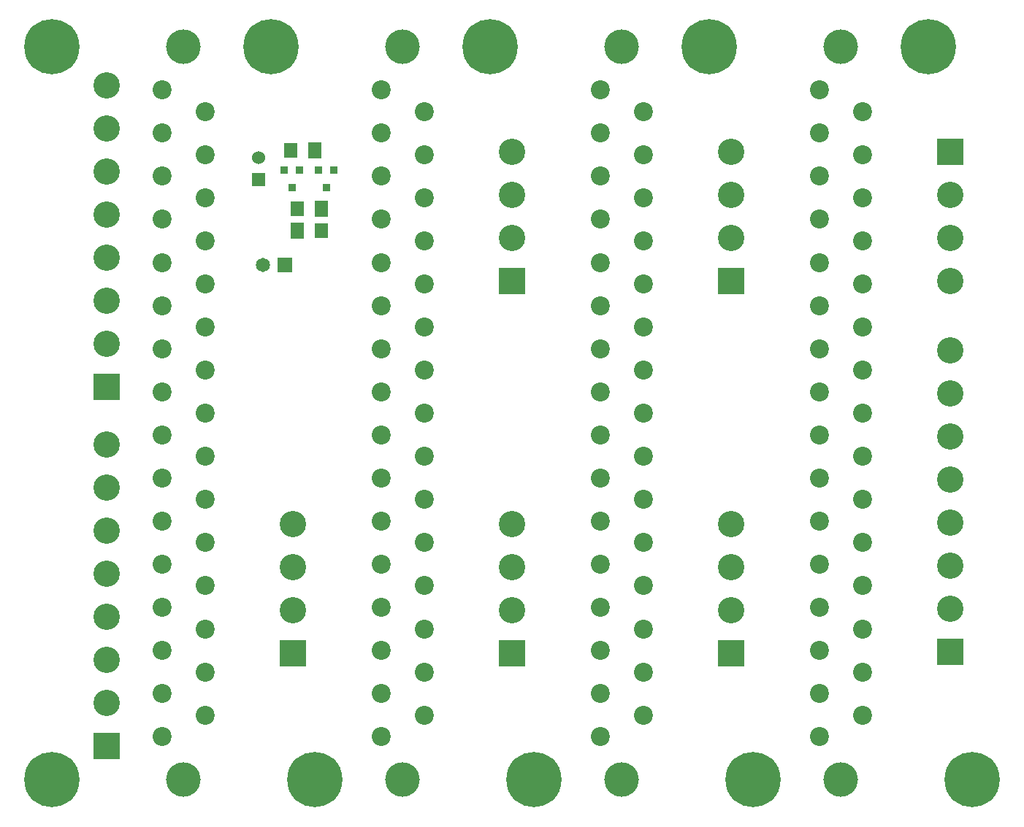
<source format=gts>
%TF.GenerationSoftware,KiCad,Pcbnew,(6.0.7)*%
%TF.CreationDate,2024-08-18T11:11:24+02:00*%
%TF.ProjectId,BP51,42503531-2e6b-4696-9361-645f70636258,0437 -*%
%TF.SameCoordinates,Original*%
%TF.FileFunction,Soldermask,Top*%
%TF.FilePolarity,Negative*%
%FSLAX46Y46*%
G04 Gerber Fmt 4.6, Leading zero omitted, Abs format (unit mm)*
G04 Created by KiCad (PCBNEW (6.0.7)) date 2024-08-18 11:11:24*
%MOMM*%
%LPD*%
G01*
G04 APERTURE LIST*
%ADD10C,6.400800*%
%ADD11R,3.048000X3.048000*%
%ADD12C,3.048000*%
%ADD13R,1.600200X1.830400*%
%ADD14R,1.600200X1.803400*%
%ADD15R,0.914400X0.914400*%
%ADD16R,1.524000X1.524000*%
%ADD17C,1.524000*%
%ADD18R,1.651000X1.651000*%
%ADD19C,1.651000*%
%ADD20C,2.200000*%
%ADD21C,4.000000*%
G04 APERTURE END LIST*
D10*
%TO.C,HOLE*%
X130040000Y-194900000D03*
%TD*%
D11*
%TO.C,P2*%
X152900000Y-180059360D03*
D12*
X152900000Y-175060640D03*
X152900000Y-170059380D03*
X152900000Y-165060660D03*
X152900000Y-160059400D03*
X152900000Y-155060680D03*
X152900000Y-150059420D03*
X152900000Y-145060700D03*
%TD*%
D13*
%TO.C,R1*%
X77156000Y-131245400D03*
D14*
X79950000Y-131245400D03*
%TD*%
D10*
%TO.C,HOLE*%
X48760000Y-109900000D03*
%TD*%
D11*
%TO.C,P5*%
X102100000Y-137039360D03*
D12*
X102100000Y-132040640D03*
X102100000Y-127039380D03*
X102100000Y-122040660D03*
%TD*%
D10*
%TO.C,HOLE*%
X104640000Y-194900000D03*
%TD*%
%TO.C,HOLE*%
X74160000Y-109900000D03*
%TD*%
%TO.C,HOLE*%
X99560000Y-109900000D03*
%TD*%
D15*
%TO.C,Q1*%
X79670600Y-124209600D03*
X81448600Y-124209600D03*
X80559600Y-126241600D03*
%TD*%
D16*
%TO.C,JP1*%
X72685600Y-125327200D03*
D17*
X72685600Y-122787200D03*
%TD*%
D10*
%TO.C,HOLE*%
X79240000Y-194900000D03*
%TD*%
D18*
%TO.C,C1*%
X75770000Y-135200000D03*
D19*
X73230000Y-135200000D03*
%TD*%
D10*
%TO.C,HOLE*%
X150360000Y-109900000D03*
%TD*%
D15*
%TO.C,Q2*%
X75682800Y-124158800D03*
X77460800Y-124158800D03*
X76571800Y-126190800D03*
%TD*%
D11*
%TO.C,P4*%
X127500000Y-180219360D03*
D12*
X127500000Y-175220640D03*
X127500000Y-170219380D03*
X127500000Y-165220660D03*
%TD*%
D13*
%TO.C,R2*%
X79950000Y-128654600D03*
D14*
X77156000Y-128654600D03*
%TD*%
D10*
%TO.C,HOLE*%
X155440000Y-194900000D03*
%TD*%
D13*
%TO.C,R3*%
X79238800Y-121923600D03*
D14*
X76444800Y-121923600D03*
%TD*%
D11*
%TO.C,P7*%
X76700000Y-180219360D03*
D12*
X76700000Y-175220640D03*
X76700000Y-170219380D03*
X76700000Y-165220660D03*
%TD*%
D11*
%TO.C,P6*%
X102100000Y-180219360D03*
D12*
X102100000Y-175220640D03*
X102100000Y-170219380D03*
X102100000Y-165220660D03*
%TD*%
D11*
%TO.C,P3*%
X127500000Y-137039360D03*
D12*
X127500000Y-132040640D03*
X127500000Y-127039380D03*
X127500000Y-122040660D03*
%TD*%
D11*
%TO.C,P1*%
X152900000Y-122040640D03*
D12*
X152900000Y-127039360D03*
X152900000Y-132040620D03*
X152900000Y-137039340D03*
%TD*%
D11*
%TO.C,P9*%
X55110000Y-190981360D03*
D12*
X55110000Y-185982640D03*
X55110000Y-180981380D03*
X55110000Y-175982660D03*
X55110000Y-170981400D03*
X55110000Y-165982680D03*
X55110000Y-160981420D03*
X55110000Y-155982700D03*
%TD*%
D10*
%TO.C,HOLE*%
X124960000Y-109900000D03*
%TD*%
D11*
%TO.C,P8*%
X55110000Y-149325360D03*
D12*
X55110000Y-144326640D03*
X55110000Y-139325380D03*
X55110000Y-134326660D03*
X55110000Y-129325400D03*
X55110000Y-124326680D03*
X55110000Y-119325420D03*
X55110000Y-114326700D03*
%TD*%
D10*
%TO.C,HOLE*%
X48760000Y-194900000D03*
%TD*%
D20*
%TO.C,K2*%
X112300000Y-114900000D03*
X117300000Y-117400000D03*
X112300000Y-119900000D03*
X117300000Y-122400000D03*
X112300000Y-124900000D03*
X117300000Y-127400000D03*
X112300000Y-129900000D03*
X117300000Y-132400000D03*
X112300000Y-134900000D03*
X117300000Y-137400000D03*
X112300000Y-139900000D03*
X117300000Y-142400000D03*
X112300000Y-144900000D03*
X117300000Y-147400000D03*
X112300000Y-149900000D03*
X117300000Y-152400000D03*
X112300000Y-154900000D03*
X117300000Y-157400000D03*
X112300000Y-159900000D03*
X117300000Y-162400000D03*
X112300000Y-164900000D03*
X117300000Y-167400000D03*
X112300000Y-169900000D03*
X117300000Y-172400000D03*
X112300000Y-174900000D03*
X117300000Y-177401220D03*
X112300000Y-179900000D03*
X117300000Y-182399940D03*
X112300000Y-184900000D03*
X117300000Y-187400000D03*
X112300000Y-189900000D03*
D21*
X114800000Y-109900000D03*
X114800000Y-194900000D03*
%TD*%
D20*
%TO.C,K4*%
X61500000Y-114900000D03*
X66500000Y-117400000D03*
X61500000Y-119900000D03*
X66500000Y-122400000D03*
X61500000Y-124900000D03*
X66500000Y-127400000D03*
X61500000Y-129900000D03*
X66500000Y-132400000D03*
X61500000Y-134900000D03*
X66500000Y-137400000D03*
X61500000Y-139900000D03*
X66500000Y-142400000D03*
X61500000Y-144900000D03*
X66500000Y-147400000D03*
X61500000Y-149900000D03*
X66500000Y-152400000D03*
X61500000Y-154900000D03*
X66500000Y-157400000D03*
X61500000Y-159900000D03*
X66500000Y-162400000D03*
X61500000Y-164900000D03*
X66500000Y-167400000D03*
X61500000Y-169900000D03*
X66500000Y-172400000D03*
X61500000Y-174900000D03*
X66500000Y-177401220D03*
X61500000Y-179900000D03*
X66500000Y-182399940D03*
X61500000Y-184900000D03*
X66500000Y-187400000D03*
X61500000Y-189900000D03*
D21*
X64000000Y-109900000D03*
X64000000Y-194900000D03*
%TD*%
D20*
%TO.C,K1*%
X137700000Y-114900000D03*
X142700000Y-117400000D03*
X137700000Y-119900000D03*
X142700000Y-122400000D03*
X137700000Y-124900000D03*
X142700000Y-127400000D03*
X137700000Y-129900000D03*
X142700000Y-132400000D03*
X137700000Y-134900000D03*
X142700000Y-137400000D03*
X137700000Y-139900000D03*
X142700000Y-142400000D03*
X137700000Y-144900000D03*
X142700000Y-147400000D03*
X137700000Y-149900000D03*
X142700000Y-152400000D03*
X137700000Y-154900000D03*
X142700000Y-157400000D03*
X137700000Y-159900000D03*
X142700000Y-162400000D03*
X137700000Y-164900000D03*
X142700000Y-167400000D03*
X137700000Y-169900000D03*
X142700000Y-172400000D03*
X137700000Y-174900000D03*
X142700000Y-177401220D03*
X137700000Y-179900000D03*
X142700000Y-182399940D03*
X137700000Y-184900000D03*
X142700000Y-187400000D03*
X137700000Y-189900000D03*
D21*
X140200000Y-109900000D03*
X140200000Y-194900000D03*
%TD*%
D20*
%TO.C,K3*%
X86900000Y-114900000D03*
X91900000Y-117400000D03*
X86900000Y-119900000D03*
X91900000Y-122400000D03*
X86900000Y-124900000D03*
X91900000Y-127400000D03*
X86900000Y-129900000D03*
X91900000Y-132400000D03*
X86900000Y-134900000D03*
X91900000Y-137400000D03*
X86900000Y-139900000D03*
X91900000Y-142400000D03*
X86900000Y-144900000D03*
X91900000Y-147400000D03*
X86900000Y-149900000D03*
X91900000Y-152400000D03*
X86900000Y-154900000D03*
X91900000Y-157400000D03*
X86900000Y-159900000D03*
X91900000Y-162400000D03*
X86900000Y-164900000D03*
X91900000Y-167400000D03*
X86900000Y-169900000D03*
X91900000Y-172400000D03*
X86900000Y-174900000D03*
X91900000Y-177401220D03*
X86900000Y-179900000D03*
X91900000Y-182399940D03*
X86900000Y-184900000D03*
X91900000Y-187400000D03*
X86900000Y-189900000D03*
D21*
X89400000Y-109900000D03*
X89400000Y-194900000D03*
%TD*%
M02*

</source>
